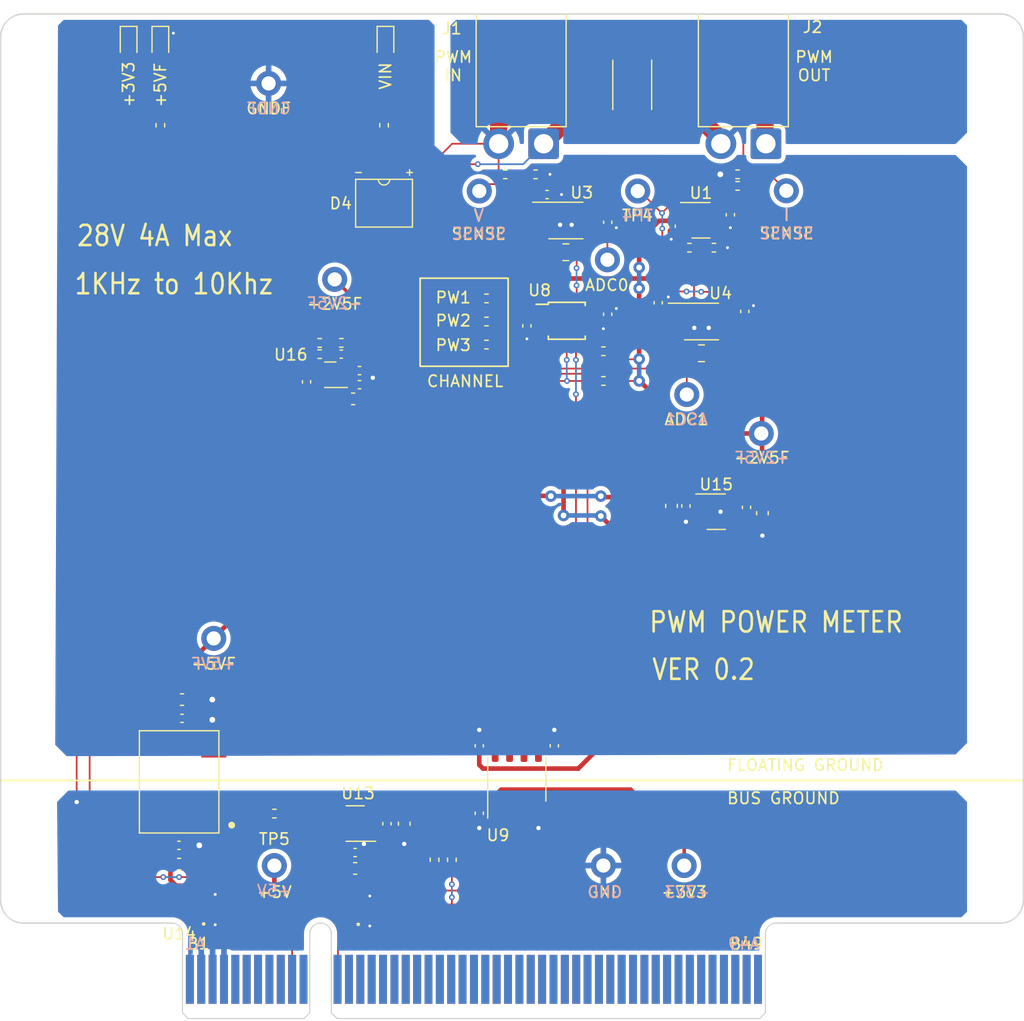
<source format=kicad_pcb>
(kicad_pcb (version 20221018) (generator pcbnew)
  (layers (0 "F.Cu" signal) (31 "B.Cu" signal) (34 "B.Paste" user) (35 "F.Paste" user) (36 "B.SilkS" user "B.Silkscreen") (37 "F.SilkS" user "F.Silkscreen") (38 "B.Mask" user) (39 "F.Mask" user) (44 "Edge.Cuts" user))
  (net 0 "")
  (net 1 "GND")
  (net 2 "+5V")
  (net 3 "+3V3")
  (net 4 "GNDF")
  (net 5 "+5VF")
  (net 6 "+2V5F")
  (net 7 "-2V5F")
  (net 8 "Net-(D1-A)")
  (net 9 "Net-(U16-CPOUT)")
  (net 10 "Net-(D3-A)")
  (net 12 "/PB7")
  (net 13 "/PB8")
  (net 17 "Net-(U16-C-)")
  (net 20 "Net-(U8-ADDR)")
  (net 22 "Net-(U16-C+)")
  (net 26 "Net-(U1--)")
  (net 27 "Net-(U1-+)")
  (net 30 "Net-(D4-+)")
  (net 32 "Net-(D4--)")
  (net 110 "/VIN1")
  (net 111 "/VIN2")
  (net 112 "Net-(D5-A)")
  (net 113 "/V_SENSE")
  (net 114 "Net-(U4-IN1)")
  (net 115 "/I_SENSE")
  (net 116 "Net-(R26-Pad2)")
  (net 117 "Net-(U8-SCL)")
  (net 118 "Net-(U8-SDA)")
  (net 121 "unconnected-(U11-D2-Pad2)")
  (net 122 "unconnected-(U11-D3-Pad4)")
  (net 123 "Net-(U16-VFB)")
  (net 124 "unconnected-(U12-D3-Pad4)")
  (net 125 "unconnected-(U12-D4-Pad5)")
  (net 127 "/ADC0")
  (net 128 "/ADC1")
  (footprint "Resistor_SMD:R_0402_1005Metric" (layer "F.Cu") (at 24.892 -56.1086)
    (fp_text reference "R22" hide)
    (fp_text value "1K8")
  )
  (footprint "Capacitor_SMD:C_0402_1005Metric" (layer "F.Cu") (at -12.459 -15.24 180)
    (fp_text reference "C20" hide)
    (fp_text value "100n")
  )
  (footprint "Resistor_SMD:R_0402_1005Metric" (layer "F.Cu") (at -0.0762 -58.4708)
    (fp_text reference "R27" hide)
    (fp_text value "200K")
  )
  (footprint "Resistor_SMD:R_0402_1005Metric" (layer "F.Cu") (at 5.588 -78.613 90)
    (fp_text reference "R12" hide)
    (fp_text value "10K")
  )
  (footprint "common:Test_Pad" (layer "F.Cu") (at 32.004 -13.462)
    (fp_text reference "TP12" hide)
    (fp_text value "TestPoint")
  )
  (footprint "Package_TO_SOT_SMD:SOT-23-5" (layer "F.Cu") (at 34.8234 -44.6024)
    (fp_text reference "U15")
    (fp_text value "TPS7A2025PDBVR")
  )
  (footprint "Capacitor_SMD:C_0402_1005Metric" (layer "F.Cu") (at 25.273 -61.976 -90)
    (fp_text reference "C13" hide)
    (fp_text value "100n")
  )
  (footprint "Resistor_SMD:R_0402_1005Metric" (layer "F.Cu") (at 36.701 -74.295 180)
    (fp_text reference "R1" hide)
    (fp_text value "0R")
  )
  (footprint "Capacitor_SMD:C_0402_1005Metric" (layer "F.Cu") (at 32.1564 -45.1104 90)
    (fp_text reference "C28" hide)
    (fp_text value "100n")
  )
  (footprint "Capacitor_SMD:C_0402_1005Metric" (layer "F.Cu") (at 19.939 -72.517)
    (fp_text reference "C7" hide)
    (fp_text value "100n")
  )
  (footprint "common:Test_Pad" (layer "F.Cu") (at 38.7858 -51.4858)
    (fp_text reference "TP14" hide)
    (fp_text value "TestPoint")
  )
  (footprint "Capacitor_SMD:C_0603_1608Metric" (layer "F.Cu") (at 30.8864 -45.1104 90)
    (fp_text reference "C29" hide)
    (fp_text value "10u")
  )
  (footprint "common:B0505MT-1WR4" (layer "F.Cu") (at -12.444 -20.828 90)
    (fp_text reference "U14")
    (fp_text value "B0505MT-1WR4")
  )
  (footprint "common:Test_Pad" (layer "F.Cu") (at 40.9956 -72.8472)
    (fp_text reference "TP3" hide)
    (fp_text value "TestPoint")
  )
  (footprint "common:Test_Pad" (layer "F.Cu") (at 25.2476 -66.7766)
    (fp_text reference "TP6" hide)
    (fp_text value "TestPoint")
  )
  (footprint "Package_TO_SOT_SMD:TSOT-23-6" (layer "F.Cu") (at 33.4815 -70.2505)
    (fp_text reference "U1")
    (fp_text value "OPA863SIDBVR")
  )
  (footprint "Capacitor_SMD:C_0402_1005Metric" (layer "F.Cu") (at 3.429 -55.7784 180)
    (fp_text reference "C34" hide)
    (fp_text value "100n")
  )
  (footprint "LED_SMD:LED_0603_1608Metric" (layer "F.Cu") (at -14.097 -85.8265 -90)
    (fp_text reference "D1" hide)
    (fp_text value "GRN")
  )
  (footprint "Capacitor_SMD:C_0402_1005Metric" (layer "F.Cu") (at 18.161 -60.96 90)
    (fp_text reference "C37" hide)
    (fp_text value "100n")
  )
  (footprint "Capacitor_SMD:C_0402_1005Metric" (layer "F.Cu") (at 37.4904 -44.9834 90)
    (fp_text reference "C27" hide)
    (fp_text value "100n")
  )
  (footprint "Package_SON:WSON-8-1EP_2x2mm_P0.5mm_EP0.9x1.6mm" (layer "F.Cu") (at 0.8608 -56.6554 180)
    (fp_text reference "U16")
    (fp_text value "LM27761")
  )
  (footprint "Capacitor_SMD:C_0402_1005Metric" (layer "F.Cu") (at 36.068 -70.7305 -90)
    (fp_text reference "C1" hide)
    (fp_text value "100n")
  )
  (footprint "Capacitor_SMD:C_0603_1608Metric" (layer "F.Cu") (at 2.8702 -54.5338 180)
    (fp_text reference "C33" hide)
    (fp_text value "10u")
  )
  (footprint "Capacitor_SMD:C_0402_1005Metric" (layer "F.Cu") (at 37.338 -62.23 90)
    (fp_text reference "C4" hide)
    (fp_text value "100n")
  )
  (footprint "Capacitor_SMD:C_0603_1608Metric" (layer "F.Cu") (at 3.048 -13.208 180)
    (fp_text reference "C25" hide)
    (fp_text value "10u")
  )
  (footprint "Capacitor_SMD:C_0402_1005Metric" (layer "F.Cu") (at 29.718 -62.992 90)
    (fp_text reference "C8" hide)
    (fp_text value "100n")
  )
  (footprint "Package_SO:MSOP-8_3x3mm_P0.65mm" (layer "F.Cu") (at 33.528 -61.341)
    (fp_text reference "U4")
    (fp_text value "LTC1968")
  )
  (footprint "Capacitor_SMD:C_0805_2012Metric" (layer "F.Cu") (at 33.528 -58.547)
    (fp_text reference "C6" hide)
    (fp_text value "2u2")
  )
  (footprint "common:PCIE_98_CARD" (layer "F.Cu") (at 0 0)
    (fp_text reference "J3" hide)
    (fp_text value "pcie_98")
    (fp_line (start -28.15 -10.4) (end -28.15 -86.4) (stroke (width 0.12)) (layer "Edge.Cuts"))
    (fp_line (start -26.15 -88.4) (end 59.85 -88.4) (stroke (width 0.12)) (layer "Edge.Cuts"))
    (fp_line (start -13.1 -8.4) (end -26.15 -8.4) (stroke (width 0.12)) (layer "Edge.Cuts"))
    (fp_line (start -12.15 -7.45) (end -12.15 -0.5) (stroke (width 0.1)) (layer "Edge.Cuts"))
    (fp_line (start -12.15 -0.5) (end -11.65 0) (stroke (width 0.1)) (layer "Edge.Cuts"))
    (fp_line (start -11.65 0) (end -1.45 0) (stroke (width 0.1)) (layer "Edge.Cuts"))
    (fp_line (start -0.95 -7.45) (end -0.95 -0.5) (stroke (width 0.1)) (layer "Edge.Cuts"))
    (fp_line (start -0.95 -0.5) (end -1.45 0) (stroke (width 0.1)) (layer "Edge.Cuts"))
    (fp_line (start 0.95 -7.45) (end 0.95 -0.5) (stroke (width 0.1)) (layer "Edge.Cuts"))
    (fp_line (start 0.95 -0.5) (end 1.45 0) (stroke (width 0.1)) (layer "Edge.Cuts"))
    (fp_line (start 1.45 0) (end 38.65 0) (stroke (width 0.1)) (layer "Edge.Cuts"))
    (fp_line (start 39.15 -7.45) (end 39.15 -0.5) (stroke (width 0.1)) (layer "Edge.Cuts"))
    (fp_line (start 39.15 -0.5) (end 38.65 0) (stroke (width 0.1)) (layer "Edge.Cuts"))
    (fp_line (start 59.85 -8.4) (end 40.1 -8.4) (stroke (width 0.12)) (layer "Edge.Cuts"))
    (fp_line (start 61.85 -86.4) (end 61.85 -10.4) (stroke (width 0.12)) (layer "Edge.Cuts"))
    (fp_arc (start -28.15 -86.4) (mid -27.564214 -87.814214) (end -26.15 -88.4) (stroke (width 0.12)) (layer "Edge.Cuts"))
    (fp_arc (start -26.15 -8.4) (mid -27.564214 -8.985786) (end -28.15 -10.4) (stroke (width 0.12)) (layer "Edge.Cuts"))
    (fp_arc (start -13.1 -8.4) (mid -12.428248 -8.121752) (end -12.15 -7.45) (stroke (width 0.1)) (layer "Edge.Cuts"))
    (fp_arc (start -0.95 -7.45) (mid 0 -8.4) (end 0.95 -7.45) (stroke (width 0.1)) (layer "Edge.Cuts"))
    (fp_arc (start 39.15 -7.45) (mid 39.428248 -8.121752) (end 40.1 -8.4) (stroke (width 0.1)) (layer "Edge.Cuts"))
    (fp_arc (start 59.85 -88.4) (mid 61.264214 -87.814214) (end 61.85 -86.4) (stroke (width 0.12)) (layer "Edge.Cuts"))
    (fp_arc (start 61.85 -10.4) (mid 61.264214 -8.985786) (end 59.85 -8.4) (stroke (width 0.12)) (layer "Edge.Cuts"))
  )
  (footprint "common:Test_Pad" (layer "F.Cu") (at 24.892 -13.462)
    (fp_text reference "TP13" hide)
    (fp_text value "TestPoint")
  )
  (footprint "Resistor_SMD:R_0402_1005Metric" (layer "F.Cu") (at 1.8288 -59.4614 180)
    (fp_text reference "R26" hide)
    (fp_text value "200K")
  )
  (footprint "Capacitor_SMD:C_0603_1608Metric" (layer "F.Cu") (at -12.192 -28.067 180)
    (fp_text reference "C16" hide)
    (fp_text value "10u")
  )
  (footprint "LED_SMD:LED_0603_1608Metric" (layer "F.Cu") (at 5.715 -85.8265 -90)
    (fp_text reference "D5" hide)
    (fp_text value "RED")
  )
  (footprint "Resistor_SMD:R_0402_1005Metric" (layer "F.Cu") (at 34.6225 -67.8375 180)
    (fp_text reference "R10" hide)
    (fp_text value "1K")
  )
  (footprint "Resistor_SMD:R_0402_1005Metric" (layer "F.Cu") (at -14.097 -78.613 90)
    (fp_text reference "R5" hide)
    (fp_text value "5K1")
  )
  (footprint "Capacitor_SMD:C_0402_1005Metric" (layer "F.Cu") (at 20.574 -24.003 90)
    (fp_text reference "C35" hide)
    (fp_text value "100n")
  )
  (footprint "Capacitor_SMD:C_0402_1005Metric" (layer "F.Cu") (at 1.8262 -58.4708)
    (fp_text reference "C31" hide)
    (fp_text value "1u")
  )
  (footprint "Resistor_SMD:R_2512_6332Metric" (layer "F.Cu") (at 27.432 -82.169 90)
    (fp_text reference "R2" hide)
    (fp_text value "0R025")
  )
  (footprint "Capacitor_SMD:C_0603_1608Metric" (layer "F.Cu") (at 38.8874 -44.4754 90)
    (fp_text reference "C26" hide)
    (fp_text value "10u")
  )
  (footprint "Capacitor_SMD:C_0402_1005Metric" (layer "F.Cu") (at 13.97 -24.003 90)
    (fp_text reference "C18" hide)
    (fp_text value "100n")
  )
  (footprint "Package_SO:TSSOP-10_3x3mm_P0.5mm" (layer "F.Cu") (at 21.6705 -61.4045)
    (fp_text reference "U8")
    (fp_text value "ADS1115IDGS")
  )
  (footprint "Package_SO:MSOP-8_3x3mm_P0.65mm" (layer "F.Cu") (at 21.59 -70.231)
    (fp_text reference "U3")
    (fp_text value "LTC1968")
  )
  (footprint "common:Diode_Bridge_MBS10" (layer "F.Cu") (at 5.588 -71.755)
    (fp_text reference "D4")
    (fp_text value "MBS10S")
  )
  (footprint "Resistor_SMD:R_0402_1005Metric" (layer "F.Cu") (at -4.064 -18.034 180)
    (fp_text reference "R25" hide)
    (fp_text value "3K3")
  )
  (footprint "Capacitor_SMD:C_0402_1005Metric" (layer "F.Cu") (at -1.2322 -56.0324 -90)
    (fp_text reference "C32" hide)
    (fp_text value "1u")
  )
  (footprint "Resistor_SMD:R_0402_1005Metric" (layer "F.Cu") (at 16.256 -74.295 180)
    (fp_text reference "R3" hide)
    (fp_text value "100k")
  )
  (footprint "Resistor_SMD:R_0402_1005Metric" (layer "F.Cu") (at 36.703 -73.279 180)
    (fp_text reference "R6" hide)
    (fp_text value "10K")
  )
  (footprint "Capacitor_SMD:C_0402_1005Metric" (layer "F.Cu") (at 25.273 -70.076 -90)
    (fp_text reference "C3" hide)
    (fp_text value "100n")
  )
  (footprint "Resistor_SMD:R_0402_1005Metric" (layer "F.Cu") (at 32.4635 -67.8375)
    (fp_text reference "R9" hide)
    (fp_text value "10K")
  )
  (footprint "LED_SMD:LED_0603_1608Metric" (layer "F.Cu") (at -16.891 -85.8265 -90)
    (fp_text reference "D3" hide)
    (fp_text value "GRN")
  )
  (footprint "common:Diodes_UDFN-10_1.0x2.5mm_P0.5mm" (layer "F.Cu") (at 4.334 -9.508 90)
    (fp_text reference "U11" hide)
    (fp_text value "ESD5344D-TP")
  )
  (footprint "common:Test_Pad" (layer "F.Cu") (at 27.9146 -72.8218)
    (fp_text reference "TP4" hide)
    (fp_text value "TestPoint")
  )
  (footprint "common:Test_Pad" (layer "F.Cu") (at 1.2446 -65.0494)
    (fp_text reference "TP8" hide)
    (fp_text value "TestPoint")
  )
  (footprint "Capacitor_SMD:C_0402_1005Metric" (layer "F.Cu") (at 3.048 -14.605 180)
    (fp_text reference "C24" hide)
    (fp_text value "100n")
  )
  (footprint "common:Test_Pad" (layer "F.Cu") (at 13.97 -72.8218)
    (fp_text reference "TP2" hide)
    (fp_text value "TestPoint")
  )
  (footprint "Resistor_SMD:R_0402_1005Metric" (layer "F.Cu") (at 24.892 -58.7248)
    (fp_text reference "R21" hide)
    (fp_text value "1K8")
  )
  (footprint "Resistor_SMD:R_0402_1005Metric" (layer "F.Cu") (at 14.605 -61.341)
    (fp_text reference "R20" hide)
    (fp_text value "0R")
  )
  (footprint "Capacitor_SMD:C_0402_1005Metric" (layer "F.Cu") (at 13.97 -18.062 90)
    (fp_text reference "C19" hide)
    (fp_text value "100n")
  )
  (footprint "Resistor_SMD:R_0402_1005Metric" (layer "F.Cu") (at 11.557 -13.972 90)
    (fp_text reference "R24" hide)
    (fp_text value "1K8")
  )
  (footprint "Capacitor_SMD:C_0603_1608Metric" (layer "F.Cu") (at -12.446 -13.589 180)
    (fp_text reference "C22" hide)
    (fp_text value "10u")
  )
  (footprint "common:Test_Pad" (layer "F.Cu") (at -4.572 -82.296)
    (fp_text reference "TP1" hide)
    (fp_text value "TestPoint")
  )
  (footprint "heater:SOT-23-3" (layer "F.Cu") (at 3.048 -17.158 180)
    (fp_text reference "U13")
    (fp_text value "XC6206P332MR")
  )
  (footprint "Capacitor_SMD:C_0402_1005Metric" (layer "F.Cu") (at 5.842 -17.145 90)
    (fp_text reference "C23" hide)
    (fp_text value "100n")
  )
  (footprint "Resistor_SMD:R_0402_1005Metric" (layer "F.Cu") (at -0.0762 -59.4614 180)
    (fp_text reference "R28" hide)
    (fp_text value "10K")
  )
  (footprint "Resistor_SMD:R_0402_1005Metric" (layer "F.Cu") (at 10.033 -13.972 90)
    (fp_text reference "R23" hide)
    (fp_text value "1K8")
  )
  (footprint "common:Diodes_UDFN-10_1.0x2.5mm_P0.5mm" (layer "F.Cu") (at -9.271 -9.542 90)
    (fp_text reference "U12" hide)
    (fp_text value "ESD5344D-TP")
  )
  (footprint "heater:JST_VH_2_CHINESE" (layer "F.Cu") (at 17.653 -76.987 180)
    (fp_text reference "J1")
    (fp_text value "Conn_01x02_Pin")
  )
  (footprint "Capacitor_SMD:C_0603_1608Metric" (layer "F.Cu") (at 7.366 -17.145 90)
    (fp_text reference "C21" hide)
    (fp_text value "10u")
  )
  (footprint "Resistor_SMD:R_0402_1005Metric" (layer "F.Cu") (at 14.605 -63.373)
    (fp_text reference "R19" hide)
    (fp_text value "0R")
  )
  (footprint "Capacitor_SMD:C_0402_1005Metric" (layer "F.Cu") (at 3.429 -57.023)
    (fp_text reference "C30" hide)
    (fp_text value "4u7")
  )
  (footprint "Capacitor_SMD:C_0402_1005Metric" (layer "F.Cu") (at 30.861 -69.723 -90)
    (fp_text reference "C9" hide)
    (fp_text value "100n")
  )
  (footprint "common:Test_Pad" (layer "F.Cu") (at -9.398 -33.4518)
    (fp_text reference "TP11" hide)
    (fp_text value "TestPoint")
  )
  (footprint "Resistor_SMD:R_0402_1005Metric" (layer "F.Cu") (at 14.605 -59.309)
    (fp_text reference "R18" hide)
    (fp_text value "0R")
  )
  (footprint "common:Test_Pad" (layer "F.Cu") (at 32.2326 -54.9148)
    (fp_text reference "TP7" hide)
    (fp_text value "TestPoint")
  )
  (footprint "common:Test_Pad" (layer "F.Cu") (at -4.064 -13.462)
    (fp_text reference "TP5")
    (fp_text value "TestPoint")
  )
  (footprint "heater:JST_VH_2_CHINESE" (layer "F.Cu") (at 37.211 -76.987 180)
    (fp_text reference "J2")
    (fp_text value "Conn_01x02_Pin")
  )
  (footprint "Capacitor_SMD:C_0402_1005Metric" (layer "F.Cu") (at -12.192 -26.416 180)
    (fp_text reference "C17" hide)
    (fp_text value "100n")
  )
  (footprint "Capacitor_SMD:C_0805_2012Metric" (layer "F.Cu") (at 21.59 -67.437)
    (fp_text reference "C5" hide)
    (fp_text value "2u2")
  )
  (footprint "Package_SO:SOIC-8_3.9x4.9mm_P1.27mm" (layer "F.Cu") (at 17.272 -21.082 90)
    (fp_text reference "U9")
    (fp_text value "ISO1541")
  )
  (footprint "Resistor_SMD:R_0402_1005Metric" (layer "F.Cu") (at 18.923 -74.295)
    (fp_text reference "R4" hide)
    (fp_text value "3K3")
  )
  (gr_line (start -28.067 -20.955) (end 61.85 -20.955) (stroke (width 0.15)) (layer "F.SilkS"))
  (gr_rect (start 8.763 -65.151) (end 16.51 -57.404) (stroke (width 0.15)) (fill none) (layer "F.SilkS"))
  (gr_text "GNDF" (at -4.572 -79.502) (layer "B.SilkS") (effects (font (size 1 1)) (justify bottom mirror)))
  (gr_text "GND" (at 25.019 -10.541) (layer "B.SilkS") (effects (font (size 1 1)) (justify bottom mirror)))
  (gr_text "V\nSENSE" (at 13.9446 -68.5038) (layer "B.SilkS") (effects (font (size 1 1)) (justify bottom mirror)))
  (gr_text "+5VF" (at -9.4234 -30.6324) (layer "B.SilkS") (effects (font (size 1 1)) (justify bottom mirror)))
  (gr_text "-2V5F" (at 1.2446 -62.357) (layer "B.SilkS") (effects (font (size 1 1)) (justify bottom mirror)))
  (gr_text "TP4" (at 27.8892 -70.0786) (layer "B.SilkS") (effects (font (size 1 1)) (justify bottom mirror)))
  (gr_text "+5V" (at -4.064 -10.668) (layer "B.SilkS") (effects (font (size 1 1)) (justify bottom mirror)))
  (gr_text "ASC1" (at 32.2072 -52.1462) (layer "B.SilkS") (effects (font (size 1 1)) (justify bottom mirror)))
  (gr_text "+2V5F" (at 38.862 -48.768) (layer "B.SilkS") (effects (font (size 1 1)) (justify bottom mirror)))
  (gr_text "I\nSENSE" (at 40.9956 -68.5292) (layer "B.SilkS") (effects (font (size 1 1)) (justify bottom mirror)))
  (gr_text "+3V3" (at 32.258 -10.541) (layer "B.SilkS") (effects (font (size 1 1)) (justify bottom mirror)))
  (gr_text "+5VF" (at -9.398 -30.6324) (layer "F.SilkS") (effects (font (size 1 1)) (justify bottom)))
  (gr_text "GND" (at 25.019 -10.541) (layer "F.SilkS") (effects (font (size 1 1)) (justify bottom)))
  (gr_text "PW1" (at 10.033 -62.865) (layer "F.SilkS") (effects (font (size 1 1)) (justify left bottom)))
  (gr_text "PWM\nOUT" (at 43.434 -82.423) (layer "F.SilkS") (effects (font (size 1 1)) (justify bottom)))
  (gr_text "+3V3" (at -16.891 -80.1115 90) (layer "F.SilkS") (effects (font (size 1 1)) (justify left)))
  (gr_text "+3V3" (at 32.004 -10.541) (layer "F.SilkS") (effects (font (size 1 1)) (justify bottom)))
  (gr_text "VER 0.2" (at 29.0576 -29.6672) (layer "F.SilkS") (effects (font (size 1.778 1.524) (thickness 0.2286)) (justify left bottom)))
  (gr_text "ADC1" (at 32.1818 -52.1462) (layer "F.SilkS") (effects (font (size 1 1)) (justify bottom)))
  (gr_text "-2V5F" (at 1.2446 -62.3062) (layer "F.SilkS") (effects (font (size 1 1)) (justify bottom)))
  (gr_text "PWM POWER METER" (at 28.8036 -33.8328) (layer "F.SilkS") (effects (font (size 1.778 1.524) (thickness 0.2286)) (justify left bottom)))
  (gr_text "VIN" (at 5.715 -81.661 90) (layer "F.SilkS") (effects (font (size 1 1)) (justify left)))
  (gr_text "28V 4A Max" (at -21.5646 -67.8434) (layer "F.SilkS") (effects (font (size 1.778 1.524) (thickness 0.2286)) (justify left bottom)))
  (gr_text "PWM\nIN" (at 11.684 -82.423) (layer "F.SilkS") (effects (font (size 1 1)) (justify bottom)))
  (gr_text "+5VF" (at -14.097 -80.1115 90) (layer "F.SilkS") (effects (font (size 1 1)) (justify left)))
  (gr_text "PW2" (at 10.033 -60.833) (layer "F.SilkS") (effects (font (size 1 1)) (justify left bottom)))
  (gr_text "FLOATING GROUND" (at 35.687 -21.717) (layer "F.SilkS") (effects (font (size 1 1)) (justify left bottom)))
  (gr_text "BUS GROUND" (at 35.687 -18.796) (layer "F.SilkS") (effects (font (size 1 1)) (justify left bottom)))
  (gr_text "+2V5F" (at 38.8366 -48.768) (layer "F.SilkS") (effects (font (size 1 1)) (justify bottom)))
  (gr_text "ADC0" (at 25.1968 -63.9572) (layer "F.SilkS") (effects (font (size 1 1)) (justify bottom)))
  (gr_text "TP4" (at 27.8892 -70.0786) (layer "F.SilkS") (effects (font (size 1 1)) (justify bottom)))
  (gr_text "CHANNEL" (at 9.271 -55.499) (layer "F.SilkS") (effects (font (size 1 1)) (justify left bottom)))
  (gr_text "PW3" (at 10.033 -58.674) (layer "F.SilkS") (effects (font (size 1 1)) (justify left bottom)))
  (gr_text "GNDF" (at -4.572 -79.502) (layer "F.SilkS") (effects (font (size 1 1)) (justify bottom)))
  (gr_text "V\nSENSE" (at 13.9192 -68.453) (layer "F.SilkS") (effects (font (size 1 1)) (justify bottom)))
  (gr_text "+5V" (at -4.064 -10.541) (layer "F.SilkS") (effects (font (size 1 1)) (justify bottom)))
  (gr_text "1KHz to 10Khz" (at -21.7678 -63.6016) (layer "F.SilkS") (effects (font (size 1.778 1.524) (thickness 0.2286)) (justify left bottom)))
  (gr_text "I\nSENSE" (at 41.021 -68.5038) (layer "F.SilkS") (effects (font (size 1 1)) (justify bottom)))
  (segment (start 4.334 -9.508) (end 4.334 -8.144) (width 0.1524) (layer "F.Cu") (net 1))
  (segment (start -9.271 -9.542) (end -9.271 -8.382) (width 0.1524) (layer "F.Cu") (net 1))
  (segment (start 5.385 -16.208) (end 5.842 -16.665) (width 0.4064) (layer "F.Cu") (net 1))
  (segment (start -9.271 -9.542) (end -9.271 -10.795) (width 0.1524) (layer "F.Cu") (net 1))
  (segment (start -11.684 -13.602) (end -11.684 -15.24) (width 0.4064) (layer "F.Cu") (net 1))
  (segment (start -9.271 -8.382) (end -9.144 -8.255) (width 0.1524) (layer "F.Cu") (net 1))
  (segment (start 4.334 -9.508) (end 4.334 -10.779) (width 0.1524) (layer "F.Cu") (net 1))
  (segment (start 3.823 -13.208) (end 3.823 -16.129) (width 0.4064) (layer "F.Cu") (net 1))
  (segment (start -21.463 -82.042) (end -21.463 -19.05) (width 0.1524) (layer "F.Cu") (net 1))
  (segment (start -11.684 -15.24) (end -10.668 -15.24) (width 0.4064) (layer "F.Cu") (net 1))
  (segment (start -11.951 -15.212) (end -11.979 -15.24) (width 0.4064) (layer "F.Cu") (net 1))
  (segment (start -9.271 -10.795) (end -9.144 -10.922) (width 0.1524) (layer "F.Cu") (net 1))
  (segment (start 6.137 -16.37) (end 5.842 -16.665) (width 0.4064) (layer "F.Cu") (net 1))
  (segment (start 7.366 -16.37) (end 6.137 -16.37) (width 0.4064) (layer "F.Cu") (net 1))
  (segment (start 19.177 -18.607) (end 19.177 -16.764) (width 0.3048) (layer "F.Cu") (net 1))
  (segment (start 7.366 -16.37) (end 7.366 -15.367) (width 0.3048) (layer "F.Cu") (net 1))
  (segment (start -16.891 -86.614) (end -21.463 -82.042) (width 0.1524) (layer "F.Cu") (net 1))
  (segment (start 13.97 -17.582) (end 13.97 -16.792) (width 0.3048) (layer "F.Cu") (net 1))
  (segment (start -9.394 -17.018) (end -9.394 -16.514) (width 0.4064) (layer "F.Cu") (net 1))
  (segment (start -11.979 -15.24) (end -11.684 -15.24) (width 0.4064) (layer "F.Cu") (net 1))
  (segment (start -9.394 -16.514) (end -10.668 -15.24) (width 0.4064) (layer "F.Cu") (net 1))
  (segment (start -9.394 -18.288) (end -9.394 -17.018) (width 0.4064) (layer "F.Cu") (net 1))
  (segment (start -11.671 -13.589) (end -11.684 -13.602) (width 0.4064) (layer "F.Cu") (net 1))
  (segment (start 4.1855 -16.208) (end 5.385 -16.208) (width 0.4064) (layer "F.Cu") (net 1))
  (via (at 4.334 -10.779) (size 0.508) (drill 0.254) (layers "F.Cu" "B.Cu") (net 1))
  (via (at -9.271 -10.922) (size 0.508) (drill 0.254) (layers "F.Cu" "B.Cu") (net 1))
  (via (at 3.81 -15.367) (size 0.762) (drill 0.381) (layers "F.Cu" "B.Cu") (net 1))
  (via (at -10.668 -15.24) (size 1.016) (drill 0.508) (layers "F.Cu" "B.Cu") (net 1))
  (via (at -9.271 -8.255) (size 0.508) (drill 0.254) (layers "F.Cu" "B.Cu") (net 1))
  (via (at -21.463 -19.05) (size 0.762) (drill 0.381) (layers "F.Cu" "B.Cu") (net 1))
  (via (at 13.97 -16.764) (size 0.762) (drill 0.381) (layers "F.Cu" "B.Cu") (net 1))
  (via (at 4.334 -8.144) (size 0.508) (drill 0.254) (layers "F.Cu" "B.Cu") (net 1))
  (via (at 7.366 -15.367) (size 0.762) (drill 0.381) (layers "F.Cu" "B.Cu") (net 1))
  (via (at 19.177 -16.764) (size 0.762) (drill 0.381) (layers "F.Cu" "B.Cu") (net 1))
  (segment (start -8.5 -3.45) (end -8.5 -7.5) (width 0.2794) (layer "B.Cu") (net 1))
  (segment (start -10.5 -3.45) (end -10.5 -7.5) (width 0.2794) (layer "B.Cu") (net 1))
  (segment (start -11.5 -3.45) (end -11.5 -7.5) (width 0.2794) (layer "B.Cu") (net 1))
  (segment (start -9.5 -3.45) (end -9.5 -7.5) (width 0.2794) (layer "B.Cu") (net 1))
  (segment (start -14.224 -17.018) (end -15.494 -17.018) (width 0.4064) (layer "F.Cu") (net 2))
  (segment (start 2.273 -13.208) (end 2.273 -15.761) (width 0.4064) (layer "F.Cu") (net 2))
  (segment (start -10.033 -11.684) (end -4.064 -11.684) (width 0.4064) (layer "F.Cu") (net 2))
  (segment (start -4.064 -11.684) (end 0.749 -11.684) (width 0.4064) (layer "F.Cu") (net 2))
  (segment (start -10.033 -7.493) (end -10.033 -11.684) (width 0.4064) (layer "F.Cu") (net 2))
  (segment (start -9.271 -7.366) (end -10.922 -7.366) (width 0.2794) (layer "F.Cu") (net 2))
  (segment (start -4.064 -13.462) (end -4.064 -11.684) (width 0.4064) (layer "F.Cu") (net 2))
  (segment (start -13.208 -12.192) (end -13.208 -16.002) (width 0.4064) (layer "F.Cu") (net 2))
  (segment (start -9.008 -7.366) (end -8.5 -6.858) (width 0.2794) (layer "F.Cu") (net 2))
  (segment (start 2.273 -15.761) (end 1.905 -16.129) (width 0.4064) (layer "F.Cu") (net 2))
  (segment (start -9.6012 -7.366) (end -9.008 -7.366) (width 0.2794) (layer "F.Cu") (net 2))
  (segment (start -9.5 -3.45) (end -9.5 -7.2648) (width 0.2794) (layer "F.Cu") (net 2))
  (segment (start -10.5 -7.366) (end -10.5 -3.45) (width 0.2794) (layer "F.Cu") (net 2))
  (segment (start 1.905 -16.129) (end 1.905 -17.1525) (width 0.4064) (layer "F.Cu") (net 2))
  (segment (start -11.5 -6.788) (end -11.5 -3.45) (width 0.2794) (layer "F.Cu") (net 2))
  (segment (start -9.5 -7.2648) (end -9.6012 -7.366) (width 0.2794) (layer "F.Cu") (net 2))
  (segment (start 0.749 -11.684) (end 2.273 -13.208) (width 0.4064) (layer "F.Cu") (net 2))
  (segment (start -15.494 -18.288) (end -15.494 -17.018) (width 0.4064) (layer "F.Cu") (net 2))
  (segment (start -10.033 -11.684) (end -12.7 -11.684) (width 0.4064) (layer "F.Cu") (net 2))
  (segment (start -13.208 -16.002) (end -14.224 -17.018) (width 0.4064) (layer "F.Cu") (net 2))
  (segment (start 1.905 -17.1525) (end 1.9105 -17.158) (width 0.4064) (layer "F.Cu") (net 2))
  (segment (start -10.922 -7.366) (end -11.5 -6.788) (width 0.2794) (layer "F.Cu") (net 2))
  (segment (start -8.5 -6.858) (end -8.5 -3.45) (width 0.2794) (layer "F.Cu") (net 2))
  (segment (start -12.7 -11.684) (end -13.208 -12.192) (width 0.4064) (layer "F.Cu") (net 2))
  (segment (start 32.004 -15.494) (end 32.004 -13.589) (width 0.3048) (layer "F.Cu") (net 3))
  (segment (start 15.367 -18.607) (end 15.367 -19.685) (width 0.3048) (layer "F.Cu") (net 3))
  (segment (start 6.137 -17.92) (end 5.842 -17.625) (width 0.4064) (layer "F.Cu") (net 3))
  (segment (start 11.557 -14.482) (end 11.557 -18.542) (width 0.1524) (layer "F.Cu") (net 3))
  (segment (start -3.48 -18.108) (end -3.554 -18.034) (width 0.1524) (layer "F.Cu") (net 3))
  (segment (start 27.305 -20.193) (end 32.004 -15.494) (width 0.3048) (layer "F.Cu") (net 3))
  (segment (start 15.875 -20.193) (end 27.305 -20.193) (width 0.3048) (layer "F.Cu") (net 3))
  (segment (start 10.033 -14.482) (end 10.033 -18.542) (width 0.1524) (layer "F.Cu") (net 3))
  (segment (start 15.367 -19.685) (end 15.875 -20.193) (width 0.3048) (layer "F.Cu") (net 3))
  (segment (start 15.367 -18.542) (end 14.035 -18.542) (width 0.4064) (layer "F.Cu") (net 3))
  (segment (start 13.97 -18.542) (end 8.014 -18.542) (width 0.4064) (layer "F.Cu") (net 3))
  (segment (start 5.359 -18.108) (end 5.842 -17.625) (width 0.4064) (layer "F.Cu") (net 3))
  (segment (start 8.014 -18.542) (end 7.379 -17.907) (width 0.4064) (layer "F.Cu") (net 3))
  (segment (start 4.1855 -18.108) (end 5.359 -18.108) (width 0.4064) (layer "F.Cu") (net 3))
  (segment (start 7.366 -17.92) (end 6.137 -17.92) (width 0.4064) (layer "F.Cu") (net 3))
  (segment (start 4.1855 -18.108) (end -3.48 -18.108) (width 0.1524) (layer "F.Cu") (net 3))
  (segment (start 32.0164 -44.3354) (end 30.8864 -44.3354) (width 0.3048) (layer "F.Cu") (net 4))
  (segment (start 1.8108 -56.4054) (end 1.1108 -56.4054) (width 0.1524) (layer "F.Cu") (net 4))
  (segment (start 35.1325 -67.8375) (end 35.8945 -67.8375) (width 0.1524) (layer "F.Cu") (net 4))
  (segment (start -11.557 -27.899) (end -11.557 -26.543) (width 0.4064) (layer "F.Cu") (net 4))
  (segment (start 36.195 -74.295) (end 35.181 -74.295) (width 0.3048) (layer "F.Cu") (net 4))
  (segment (start 32.1564 -44.6304) (end 32.1564 -43.7134) (width 0.3048) (layer "F.Cu") (net 4))
  (segment (start 32.1844 -44.6024) (end 32.1564 -44.6304) (width 0.3048) (layer "F.Cu") (net 4))
  (segment (start -11.417 -28.067) (end -9.525 -28.067) (width 0.4064) (layer "F.Cu") (net 4))
  (segment (start 30.861 -69.243) (end 30.861 -68.58) (width 0.3048) (layer "F.Cu") (net 4))
  (segment (start 24.8106 -69.906) (end 25.1206 -69.596) (width 0.3048) (layer "F.Cu") (net 4))
  (segment (start 18.161 -60.48) (end 18.161 -59.817) (width 0.3048) (layer "F.Cu") (net 4))
  (segment (start 38.8874 -43.7134) (end 38.8874 -43.7004) (width 0.3048) (layer "F.Cu") (net 4))
  (segment (start 0.5969 -58.674) (end 1.4859 -58.674) (width 0.2286) (layer "F.Cu") (net 4))
  (segment (start 36.068 -70.231) (end 36.068 -69.469) (width 0.3048) (layer "F.Cu") (net 4))
  (segment (start 0.4338 -58.4708) (end 1.3462 -58.4708) (width 0.4064) (layer "F.Cu") (net 4))
  (segment (start 34.163 -60.071) (end 34.163 -61.087) (width 0.1524) (layer "F.Cu") (net 4))
  (segment (start 20.64 -67.437) (end 22.098 -68.895) (width 0.1524) (layer "F.Cu") (net 4))
  (segment (start 37.3914 -44.6024) (end 37.4904 -44.5034) (width 0.3048) (layer "F.Cu") (net 4))
  (segment (start 0.889 -58.4454) (end 0.9144 -58.4708) (width 0.1524) (layer "F.Cu") (net 4))
  (segment (start -13.9955 -86.7155) (end -12.954 -86.7155) (width 0.1524) (layer "F.Cu") (net 4))
  (segment (start 38.072 -62.71) (end 38.1 -62.738) (width 0.3048) (layer "F.Cu") (net 4))
  (segment (start 37.4904 -44.5034) (end 38.0974 -44.5034) (width 0.3048) (layer "F.Cu") (net 4))
  (segment (start 25.273 -62.456) (end 26.007 -62.456) (width 0.3048) (layer "F.Cu") (net 4))
  (segment (start 33.6859 -44.6024) (end 35.2044 -44.6024) (width 0.3048) (layer "F.Cu") (net 4))
  (segment (start 0.4953 -58.2676) (end 1.3843 -58.2676) (width 0.2286) (layer "F.Cu") (net 4))
  (segment (start 19.4775 -69.906) (end 21.59 -69.906) (width 0.3048) (layer "F.Cu") (net 4))
  (segment (start 32.1564 -44.4754) (end 32.0164 -44.3354) (width 0.3048) (layer "F.Cu") (net 4))
  (segment (start 1.1108 -56.4054) (end 0.8608 -56.6554) (width 0.1524) (layer "F.Cu") (net 4))
  (segment (start -9.525 -26.162) (end -9.525 -23.499) (width 0.4064) (layer "F.Cu") (net 4))
  (segment (start 3.909 -54.7976) (end 3.6452 -54.5338) (width 0.3048) (layer "F.Cu") (net 4))
  (segment (start 32.1564 -44.6304) (end 32.1564 -44.4754) (width 0.3048) (layer "F.Cu") (net 4))
  (segment (start 32.639 -58.547) (end 34.163 -60.071) (width 0.1524) (layer "F.Cu") (net 4))
  (segment (start 0.889 -56.6836) (end 0.8608 -56.6554) (width 0.4064) (layer "F.Cu") (net 4))
  (segment (start 23.8205 -60.9045) (end 24.6935 -60.9045) (width 0.1524) (layer "F.Cu") (net 4))
  (segment (start 1.8108 -56.4054) (end 4.5546 -56.4054) (width 0.2286) (layer "F.Cu") (net 4))
  (segment (start 19.433 -74.295) (end 20.193 -74.295) (width 0.1524) (layer "F.Cu") (net 4))
  (segment (start 22.098 -68.895) (end 22.098 -69.85) (width 0.1524) (layer "F.Cu") (net 4))
  (segment (start 4.5546 -56.4054) (end 4.5974 -56.3626) (width 0.2286) (layer "F.Cu") (net 4))
  (segment (start -11.712 -26.416) (end -9.652 -26.416) (width 0.4064) (layer "F.Cu") (net 4))
  (segment (start 38.0974 -44.5034) (end 38.8874 -43.7134) (width 0.3048) (layer "F.Cu") (net 4))
  (segment (start 30.579 -63.472) (end 30.607 -63.5) (width 0.3048) (layer "F.Cu") (net 4))
  (segment (start 3.909 -55.7784) (end 3.909 -54.7976) (width 0.3048) (layer "F.Cu") (net 4))
  (segment (start 26.007 -62.456) (end 26.035 -62.484) (width 0.3048) (layer "F.Cu") (net 4))
  (segment (start 35.2044 -44.6024) (end 37.3914 -44.6024) (width 0.3048) (layer "F.Cu") (net 4))
  (segment (start 33.6859 -44.6024) (end 32.1844 -44.6024) (width 0.3048) (layer "F.Cu") (net 4))
  (segment (start 13.97 -25.3505) (end 13.97 -24.4335) (width 0.3048) (layer "F.Cu") (net 4))
  (segment (start 20.574 -25.4) (end 20.574 -24.483) (width 0.3048) (layer "F.Cu") (net 4))
  (segment (start -9.525 -23.499) (end -9.394 -23.368) (width 0.4064) (layer "F.Cu") (net 4))
  (segment (start 3.909 -57.023) (end 3.909 -55.88) (width 0.4064) (layer "F.Cu") (net 4))
  (segment (start 21.59 -69.906) (end 23.7025 -69.906) (width 0.3048) (layer "F.Cu") (net 4))
  (segment (start 31.4155 -61.016) (end 35.6405 -61.016) (width 0.3048) (layer "F.Cu") (net 4))
  (segment (start 25.1206 -69.596) (end 25.273 -69.596) (width 0.3048) (layer "F.Cu") (net 4))
  (segment (start 29.718 -63.472) (end 30.579 -63.472) (width 0.3048) (layer "F.Cu") (net 4))
  (segment (start 20.419 -72.517) (end 21.209 -72.517) (width 0.3048) (layer "F.Cu") (net 4))
  (segment (start 38.8874 -43.7004) (end 38.8874 -42.5704) (width 0.3048) (layer "F.Cu") (net 4))
  (segment (start -14.097 -86.614) (end -13.9955 -86.7155) (width 0.1524) (layer "F.Cu") (net 4))
  (segment (start 25.273 -69.596) (end 26.035 -69.596) (width 0.3048) (layer "F.Cu") (net 4))
  (segment (start 24.6935 -60.9045) (end 24.892 -60.706) (width 0.1524) (layer "F.Cu") (net 4))
  (segment (start 23.7025 -69.906) (end 24.8106 -69.906) (width 0.3048) (layer "F.Cu") (net 4))
  (segment (start 37.338 -62.71) (end 38.072 -62.71) (width 0.3048) (layer "F.Cu") (net 4))
  (segment (start 32.578 -58.547) (end 32.639 -58.547) (width 0.1524) (layer "F.Cu") (net 4))
  (segment (start -9.652 -26.416) (end -9.525 -26.289) (width 0.4064) (layer "F.Cu") (net 4))
  (segment (start 0.889 -58.4454) (end 0.889 -56.6836) (width 0.4064) (layer "F.Cu") (net 4))
  (via (at 26.035 -62.484) (size 0.508) (drill 0.254) (layers "F.Cu" "B.Cu") (net 4))
  (via (at 35.2044 -44.6024) (size 0.762) (drill 0.381) (layers "F.Cu" "B.Cu") (net 4))
  (via (at 26.035 -69.596) (size 0.508) (drill 0.254) (layers "F.Cu" "B.Cu") (net 4))
  (via (at 18.161 -59.817) (size 0.508) (drill 0.254) (layers "F.Cu" "B.Cu") (net 4))
  (via (at 35.814 -67.8375) (size 0.508) (drill 0.254) (layers "F.Cu" "B.Cu") (net 4))
  (via (at 22.098 -69.85) (size 0.762) (drill 0.381) (layers "F.Cu" "B.Cu") (net 4))
  (via (at 24.892 -60.706) (size 0.508) (drill 0.254) (layers "F.Cu" "B.Cu") (net 4))
  (via (at 32.893 -60.7822) (size 0.762) (drill 0.381) (layers "F.Cu" "B.Cu") (net 4))
  (via (at 4.5974 -56.388) (size 0.762) (drill 0.381) (layers "F.Cu" "B.Cu") (net 4))
  (via (at 34.163 -60.7822) (size 0.762) (drill 0.381) (layers "F.Cu" "B.Cu") (net 4))
  (via (at 38.1 -62.738) (size 0.508) (drill 0.254) (layers "F.Cu" "B.Cu") (net 4))
  (via (at 36.068 -69.596) (size 0.508) (drill 0.254) (layers "F.Cu" "B.Cu") (net 4))
  (via (at 32.1564 -43.7134) (size 0.762) (drill 0.381) (layers "F.Cu" "B.Cu") (net 4))
  (via (at 20.193 -74.295) (size 0.508) (drill 0.254) (layers "F.Cu" "B.Cu") (net 4))
  (via (at 21.209 -72.517) (size 0.508) (drill 0.254) (layers "F.Cu" "B.Cu") (net 4))
  (via (at 13.97 -25.4) (size 0.762) (drill 0.381) (layers "F.Cu" "B.Cu") (net 4))
  (via (at 35.180998 -74.295001) (size 1.016) (drill 0.508) (layers "F.Cu" "B.Cu") (net 4))
  (via (at -12.954 -86.7155) (size 0.508) (drill 0.254) (layers "F.Cu" "B.Cu") (net 4))
  (via (at -9.525 -28.067) (size 1.016) (drill 0.508) (layers "F.Cu" "B.Cu") (net 4))
  (via (at -9.525 -26.289) (size 1.016) (drill 0.508) (layers "F.Cu" "B.Cu") (net 4))
  (via (at 21.082 -69.85) (size 0.762) (drill 0.381) (layers "F.Cu" "B.Cu") (net 4))
  (via (at 38.8874 -42.4942) (size 0.762) (drill 0.381) (layers "F.Cu" "B.Cu") (net 4))
  (via (at 30.607 -63.5) (size 0.508) (drill 0.254) (layers "F.Cu" "B.Cu") (net 4))
  (via (at 30.861 -68.58) (size 0.508) (drill 0.254) (layers "F.Cu" "B.Cu") (net 4))
  (via (at 20.574 -25.4) (size 0.762) (drill 0.381) (layers "F.Cu" "B.Cu") (net 4))
  (segment (start 2.822 -55.9054) (end 2.949 -55.7784) (width 0.1524) (layer "F.Cu") (net 5))
  (segment (start 2.0066 -45.9994) (end 19.708284 -45.9994) (width 0.4064) (layer "F.Cu") (net 5))
  (segment (start 2.0698 -54.5592) (end 2.0952 -54.5338) (width 0.1524) (layer "F.Cu") (net 5))
  (segment (start -0.9398 -57.3786) (end -2.2098 -57.3786) (width 0.1524) (layer "F.Cu") (net 5))
  (segment (start -13.716 -24.638) (end -15.494 -24.638) (width 0.4064) (layer "F.Cu") (net 5))
  (segment (start -0.0892 -56.9054) (end -0.4666 -56.9054) (width 0.1524) (layer "F.Cu") (net 5))
  (segment (start 2.2098 -54.5338) (end 2.949 -55.273) (width 0.3048) (layer "F.Cu") (net 5))
  (segment (start -0.4666 -56.9054) (end -0.9398 -57.3786) (width 0.1524) (layer "F.Cu") (net 5))
  (segment (start -12.672 -25.682) (end -13.716 -24.638) (width 0.4064) (layer "F.Cu") (net 5))
  (segment (start 30.8864 -45.8854) (end 24.752 -45.8854) (width 0.4064) (layer "F.Cu") (net 5))
  (segment (start 30.8994 -45.8724) (end 30.8864 -45.8854) (width 0.3048) (layer "F.Cu") (net 5))
  (segment (start 29.9974 -43.7134) (end 29.9974 -45.7454) (width 0.1524) (layer "F.Cu") (net 5))
  (segment (start 2.0066 -44.9072) (end -9.398 -33.5026) (width 0.4064) (layer "F.Cu") (net 5))
  (segment (start -14.097 -68.072) (end -14.097 -78.103) (width 0.1524) (layer "F.Cu") (net 5))
  (segment (start -12.967 -28.067) (end -12.967 -29.8828) (width 0.4064) (layer "F.Cu") (net 5))
  (segment (start 33.6859 -43.6524) (end 33.1119 -43.0784) (width 0.1524) (layer "F.Cu") (net 5))
  (segment (start -2.2098 -57.3786) (end -3.4036 -57.3786) (width 0.1524) (layer "F.Cu") (net 5))
  (segment (start 2.0066 -54.4452) (end 2.0066 -44.9072) (width 0.4064) (layer "F.Cu") (net 5))
  (segment (start -2.2098 -55.2704) (end -1.4986 -54.5592) (width 0.1524) (layer "F.Cu") (net 5))
  (segment (start 30.6324 -43.0784) (end 29.9974 -43.7134) (width 0.1524) (layer "F.Cu") (net 5))
  (segment (start 31.8744 -45.8724) (end 30.8994 -45.8724) (width 0.4064) (layer "F.Cu") (net 5))
  (segment (start 24.752 -45.8854) (end 24.6634 -45.974) (width 0.4064) (layer "F.Cu") (net 5))
  (segment (start -3.4036 -57.3786) (end -14.097 -68.072) (width 0.1524) (layer "F.Cu") (net 5))
  (segment (start -12.827 -26.571) (end -12.672 -26.416) (width 0.4064) (layer "F.Cu") (net 5))
  (segment (start 2.949 -55.273) (end 2.949 -55.7784) (width 0.3048) (layer "F.Cu") (net 5))
  (segment (start 2.0952 -54.5338) (end 2.0066 -54.4452) (width 0.4064) (layer "F.Cu") (net 5))
  (segment (start 32.1564 -45.5904) (end 31.8744 -45.8724) (width 0.4064) (layer "F.Cu") (net 5))
  (segment (start -12.967 -28.067) (end -12.7508 -28.067) (width 0.4064) (layer "F.Cu") (net 5))
  (segment (start -12.967 -29.8828) (end -9.398 -33.4518) (width 0.4064) (layer "F.Cu") (net 5))
  (segment (start -12.672 -26.416) (end -12.672 -25.682) (width 0.4064) (layer "F.Cu") (net 5))
  (segment (start 33.6859 -45.5524) (end 32.1944 -45.5524) (width 0.4064) (layer "F.Cu") (net 5))
  (segment (start -9.398 -33.5026) (end -9.398 -33.4518) (width 0.4064) (layer "F.Cu") (net 5))
  (segment (start 2.0952 -54.5338) (end 2.2098 -54.5338) (width 0.3048) (layer "F.Cu") (net 5))
  (segment (start -2.2098 -57.3786) (end -2.2098 -55.2704) (width 0.1524) (layer "F.Cu") (net 5))
  (segment (start 1.8108 -55.9054) (end 2.822 -55.9054) (width 0.1524) (layer "F.Cu") (net 5))
  (segment (start -12.827 -27.8) (end -12.827 -26.571) (width 0.4064) (layer "F.Cu") (net 5))
  (segment (start 32.1944 -45.5524) (end 32.1564 -45.5904) (width 0.3048) (layer "F.Cu") (net 5))
  (segment (start 33.1119 -43.0784) (end 30.6324 -43.0784) (width 0.1524) (layer "F.Cu") (net 5))
  (segment (start -1.4986 -54.5592) (end 2.0698 -54.5592) (width 0.1524) (layer "F.Cu") (net 5))
  (via (at 24.6634 -45.974) (size 1.016) (drill 0.508) (layers "F.Cu" "B.Cu") (net 5))
  (via (at 20.2692 -45.974) (size 1.016) (drill 0.508) (layers "F.Cu" "B.Cu") (net 5))
  (segment (start 20.0152 -45.974) (end 24.6634 -45.974) (width 0.4064) (layer "B.Cu") (net 5))
  (segment (start 13.97 -23.523) (end 13.97 -22.3266) (width 0.4064) (layer "F.Cu") (net 6))
  (segment (start 25.402 -56.1086) (end 28.0416 -56.1086) (width 0.1524) (layer "F.Cu") (net 6))
  (segment (start 19.05 -56.7436) (end 15.115 -60.6786) (width 0.1524) (layer "F.Cu") (net 6))
  (segment (start 40.4876 -44.6532) (end 39.8904 -45.2504) (width 0.4064) (layer "F.Cu") (net 6))
  (segment (start 25.273 -61.496) (end 25.2756 -61.4934) (width 0.4064) (layer "F.Cu") (net 6))
  (segment (start 37.338 -61.75) (end 38.707 -61.75) (width 0.4064) (layer "F.Cu") (net 6))
  (segment (start 37.254 -61.666) (end 37.338 -61.75) (width 0.3048) (layer "F.Cu") (net 6))
  (segment (start 38.8874 -45.2504) (end 38.862 -45.2758) (width 0.4064) (layer "F.Cu") (net 6))
  (segment (start 28.0416 -64.261996) (end 28.0416 -58.038998) (width 0.4064) (layer "F.Cu") (net 6))
  (segment (start 38.5854 -45.5524) (end 38.8874 -45.2504) (width 0.3048) (layer "F.Cu") (net 6))
  (segment (start 36.058 -71.2005) (end 36.068 -71.2105) (width 0.3048) (layer "F.Cu") (net 6))
  (segment (start 26.1132 -58.0136) (end 28.016202 -58.0136) (width 0.1524) (layer "F.Cu") (net 6))
  (segment (start 35.9609 -45.5524) (end 38.5854 -45.5524) (width 0.3048) (layer "F.Cu") (net 6))
  (segment (start 40.4876 -39.8018) (end 40.4876 -44.6532) (width 0.4064) (layer "F.Cu") (net 6))
  (segment (start 28.016202 -58.0136) (end 28.0416 -58.038998) (width 0.1524) (layer "F.Cu") (net 6))
  (segment (start 23.8205 -61.4045) (end 25.1815 -61.4045) (width 0.2286) (layer "F.Cu") (net 6))
  (segment (start 34.619 -70.2505) (end 34.619 -71.2005) (width 0.1524) (layer "F.Cu") (net 6))
  (segment (start 23.7025 -70.556) (end 25.118 -70.556) (width 0.3048) (layer "F.Cu") (net 6))
  (segment (start 13.97 -23.523) (end 15.333 -23.523) (width 0.4064) (layer "F.Cu") (net 6))
  (segment (start 22.6822 -21.9964) (end 40.4876 -39.8018) (width 0.4064) (layer "F.Cu") (net 6))
  (segment (start 38.862 -45.2758) (end 38.862 -61.595) (width 0.4064) (layer "F.Cu") (net 6))
  (segment (start 35.6405 -61.666) (end 37.254 -61.666) (width 0.3048) (layer "F.Cu") (net 6))
  (segment (start 28.0416 -56.1086) (end 28.0924 -56.1086) (width 0.4064) (layer "F.Cu") (net 6))
  (segment (start 14.3002 -21.9964) (end 22.6822 -21.9964) (width 0.4064) (layer "F.Cu") (net 6))
  (segment (start 13.97 -22.3266) (end 14.3002 -21.9964) (width 0.4064) (layer "F.Cu") (net 6))
  (segment (start 39.8904 -45.2504) (end 38.8874 -45.2504) (width 0.4064) (layer "F.Cu") (net 6))
  (segment (start 25.273 -70.556) (end 26.218 -70.556) (width 0.4064) (layer "F.Cu") (net 6))
  (segment (start 32.7152 -51.4858) (end 38.7858 -51.4858) (width 0.4064) (layer "F.Cu") (net 6))
  (segment (start 26.218 -70.556) (end 28.0416 -68.7324) (width 0.4064) (layer "F.Cu") (net 6))
  (segment (start 15.333 -23.523) (end 15.367 -23.557) (width 0.4064) (layer "F.Cu") (net 6))
  (segment (start 38.862 -61.595) (end 38.862 -70.612) (width 0.4064) (layer "F.Cu") (net 6))
  (segment (start 38.707 -61.75) (end 38.862 -61.595) (width 0.4064) (layer "F.Cu") (net 6))
  (segment (start 24.7904 -56.7436) (end 19.05 -56.7436) (width 0.1524) (layer "F.Cu") (net 6))
  (segment (start 28.0924 -56.1086) (end 32.7152 -51.4858) (width 0.4064) (layer "F.Cu") (net 6))
  (segment (start 38.862 -70.612) (end 38.2635 -71.2105) (width 0.4064) (layer "F.Cu") (net 6))
  (segment (start 28.0416 -68.7324) (end 28.0416 -66.0908) (width 0.4064) (layer "F.Cu") (net 6))
  (segment (start 25.402 -56.132) (end 24.7904 -56.7436) (width 0.1524) (layer "F.Cu") (net 6))
  (segment (start 25.402 -56.1086) (end 25.402 -56.132) (width 0.1524) (layer "F.Cu") (net 6))
  (segment (start 15.115 -60.6786) (end 15.115 -61.341) (width 0.1524) (layer "F.Cu") (net 6))
  (segment (start 38.2635 -71.2105) (end 36.068 -71.2105) (width 0.4064) (layer "F.Cu") (net 6))
  (segment (start 25.1815 -61.4045) (end 25.273 -61.496) (width 0.3048) (layer "F.Cu") (net 6))
  (segment (start 34.619 -71.2005) (end 36.058 -71.2005) (width 0.3048) (layer "F.Cu") (net 6))
  (segment (start 25.2756 -61.4934) (end 28.0416 -61.4934) (width 0.4064) (layer "F.Cu") (net 6))
  (segment (start 25.402 -58.7248) (end 26.1132 -58.0136) (width 0.1524) (layer "F.Cu") (net 6))
  (via (at 28.0416 -56.1086) (size 1.016) (drill 0.508) (layers "F.Cu" "B.Cu") (net 6))
  (via (at 28.0416 -58.038998) (size 1.016) (drill 0.508) (layers "F.Cu" "B.Cu") (net 6))
  (via (at 28.0416 -64.261996) (size 1.016) (drill 0.508) (layers "F.Cu" "B.Cu") (net 6))
  (via (at 28.0416 -66.0908) (size 1.016) (drill 0.508) (layers "F.Cu" "B.Cu") (net 6))
  (segment (start 28.0416 -56.1594) (end 28.0416 -58.038998) (width 0.4064) (layer "B.Cu") (net 6))
  (segment (start 28.0416 -66.0908) (end 28.0416 -64.261996) (width 0.4064) (layer "B.Cu") (net 6))
  (segment (start 26.1874 -42.6974) (end 24.6634 -44.2214) (width 0.4064) (layer "F.Cu") (net 7))
  (segment (start 29.2608 -69.6722) (end 29.2608 -69.3928) (width 0.4064) (layer "F.Cu") (net 7))
  (segment (start 4.5974 -61.7474) (end 7.9756 -65.1256) (width 0.4064) (layer "F.Cu") (net 7))
  (segment (start 19.177 -23.557) (end 20.54 -23.557) (width 0.4064) (layer "F.Cu") (net 7))
  (segment (start 28.6258 -69.3928) (end 29.2608 -69.3928) (width 0.1524) (layer "F.Cu") (net 7))
  (segment (start 15.115 -65.123599) (end 15.113 -65.125599) (width 0.1524) (layer "F.Cu") (net 7))
  (segment (start 32.2072 -63.9826) (end 31.4198 -63.9826) (width 0.1524) (layer "F.Cu") (net 7))
  (segment (start 2.3114 -57.9113) (end 2.3114 -58.039) (width 0.3048) (layer "F.Cu") (net 7))
  (segment (start 17.018 -71.501) (end 17.018 -65.405) (width 0.4064) (layer "F.Cu") (net 7))
  (segment (start 19.5205 -61.4045) (end 20.2991 -61.4045) (width 0.2286) (layer "F.Cu") (net 7))
  (segment (start 29.7916 -70.203) (end 29.2608 -69.6722) (width 0.4064) (layer "F.Cu") (net 7))
  (segment (start 31.369 -64.0334) (end 31.369 -64.77) (width 0.4064) (layer "F.Cu") (net 7))
  (segment (start 1.2446 -65.0494) (end 4.5466 -61.7474) (width 0.3048) (layer "F.Cu") (net 7))
  (segment (start 15.115 -63.373) (end 15.115 -65.123599) (width 0.1524) (layer "F.Cu") (net 7))
  (segment (start 32.2965 -70.203) (end 32.344 -70.2505) (width 0.3048) (layer "F.Cu") (net 7))
  (segment (start 1.8556 -57.4555) (end 2.3114 -57.9113) (width 0.3048) (layer "F.Cu") (net 7))
  (segment (start 10.668 -58.4708) (end 21.3868 -47.752) (width 0.4064) (layer "F.Cu") (net 7))
  (segment (start 31.4155 -62.316) (end 29.914 -62.316) (width 0.3048) (layer "F.Cu") (net 7))
  (segment (start 29.2608 -69.3928) (end 29.2608 -65.405) (width 0.4064) (layer "F.Cu") (net 7))
  (segment (start 18.034 -72.517) (end 17.018 -71.501) (width 0.4064) (layer "F.Cu") (net 7))
  (segment (start 20.7264 -65.125599) (end 21.615401 -65.125599) (width 0.2286) (layer "F.Cu") (net 7))
  (segment (start 35.6405 -62.6829) (end 35.6405 -62.316) (width 0.1524) (layer "F.Cu") (net 7))
  (segment (start 2.3114 -58.4656) (end 2.3062 -58.4708) (width 0.1524) (layer "F.Cu") (net 7))
  (segment (start 4.5466 -61.7474) (end 4.5974 -61.7474) (width 0.3048) (layer "F.Cu") (net 7))
  (segment (start 21.615401 -65.125599) (end 15.113 -65.125599) (width 0.4064) (layer "F.Cu") (net 7))
  (segment (start 29.914 -62.316) (end 29.718 -62.512) (width 0.3048) (layer "F.Cu") (net 7))
  (segment (start 2.3388 -59.4614) (end 2.3388 -58.5034) (width 0.3048) (layer "F.Cu") (net 7))
  (segment (start 20.7264 -61.8318) (end 20.7264 -65.125599) (width 0.2286) (layer "F.Cu") (net 7))
  (segment (start 1.8108 -57.4054) (end 1.8556 -57.4054) (width 0.1524) (layer "F.Cu") (net 7))
  (segment (start 2.3368 -59.5122) (end 2.3622 -59.5122) (width 0.4064) (layer "F.Cu") (net 7))
  (segment (start 2.3062 -58.4708) (end 10.668 -58.4708) (width 0.4064) (layer "F.Cu") (net 7))
  (segment (start 30.861 -70.203) (end 29.7916 -70.203) (width 0.4064) (layer "F.Cu") (net 7))
  (segment (start 2.3114 -57.9113) (end 2.3114 -58.4656) (width 0.3048) (layer "F.Cu") (net 7))
  (segment (start 18.1965 -61.4045) (end 18.161 -61.44) (width 0.3048) (layer "F.Cu") (net 7))
  (segment (start 19.459 -72.517) (end 19.459 -71.2245) (width 0.3048) (layer "F.Cu") (net 7))
  (segment (start 31.369 -62.3625) (end 31.4155 -62.316) (width 0.3048) (layer "F.Cu") (net 7))
  (segment (start 23.7025 -71.206) (end 26.8126 -71.206) (width 0.1524) (layer "F.Cu") (net 7))
  (segment (start 20.574 -23.523) (end 21.4148 -23.523) (width 0.4064) (layer "F.Cu") (net 7))
  (segment (start 33.5026 -63.9572) (end 34.3662 -63.9572) (width 0.1524) (layer "F.Cu") (net 7))
  (segment (start 20.2991 -61.4045) (end 20.7264 -61.8318) (width 0.2286) (layer "F.Cu") (net 7))
  (segment (start 31.0134 -65.1256) (end 21.615401 -65.125599) (width 0.4064) (layer "F.Cu") (net 7))
  (segment (start 21.3868 -47.752) (end 21.3868 -44.272198) (width 0.4064) (layer "F.Cu") (net 7))
  (segment (start 21.4148 -23.523) (end 26.1874 -28.2956) (width 0.4064) (layer "F.Cu") (net 7))
  (segment (start 19.459 -71.2245) (end 19.4775 -71.206) (width 0.3048) (layer "F.Cu") (net 7))
  (segment (start 31.369 -64.77) (end 31.0134 -65.1256) (width 0.4064) (layer "F.Cu") (net 7))
  (segment (start 30.861 -70.203) (end 32.2965 -70.203) (width 0.3048) (layer "F.Cu") (net 7))
  (segment (start 20.54 -23.557) (end 20.574 -23.523) (width 0.3048) (layer "F.Cu") (net 7))
  (segment (start 7.9756 -65.1256) (end 15.113 -65.125599) (width 0.4064) (layer "F.Cu") (net 7))
  (segment (start 19.459 -72.517) (end 18.034 -72.517) (width 0.4064) (layer "F.Cu") (net 7))
  (segment (start 26.1874 -28.2956) (end 26.1874 -42.6974) (width 0.4064) (layer "F.Cu") (net 7))
  (segment (start 31.4198 -63.9826) (end 31.369 -64.0334) (width 0.1524) (layer "F.Cu") (net 7))
  (segment (start 2.3388 -58.5034) (end 2.3062 -58.4708) (width 0.1524) (layer "F.Cu") (net 7))
  (segment (start 26.8126 -71.206) (end 28.6258 -69.3928) (width 0.1524) (layer "F.Cu") (net 7))
  (segment (start 19.5205 -61.4045) (end 18.1965 -61.4045) (width 0.2286) (layer "F.Cu") (net 7))
  (segment (start 31.369 -64.0334) (end 31.369 -62.3625) (width 0.4064) (layer "F.Cu") (net 7))
  (segment (start 34.3662 -63.9572) (end 35.6405 -62.6829) (width 0.1524) (layer "F.Cu") (net 7))
  (segment (start 2.3622 -59.5122) (end 4.5974 -61.7474) (width 0.4064) (layer "F.Cu") (net 7))
  (via (at 21.3868 -44.272198) (size 1.016) (drill 0.508) (layers "F.Cu" "B.Cu") (net 7))
  (via (at 24.6634 -44.2214) (size 1.016) (drill 0.508) (layers "F.Cu" "B.Cu") (net 7))
  (via (at 32.2072 -63.9826) (size 0.508) (drill 0.254) (layers "F.Cu" "B.Cu") (net 7))
  (via (at 33.5026 -63.9572) (size 0.508) (drill 0.254) (layers "F.Cu" "B.Cu") (net 7))
  (segment (start 32.2072 -63.9826) (end 33.4772 -63.9826) (width 0.1524) (layer "B.Cu") (net 7))
  (segment (start 33.4772 -63.9826) (end 33.5026 -63.9572) (width 0.1524) (layer "B.Cu") (net 7))
  (segment (start 24.6634 -44.2214) (end 24.6126 -44.2722) (width 0.4064) (layer "B.Cu") (net 7))
  (segment (start 21.386802 -44.2722) (end 21.3868 -44.272198) (width 0.4064) (layer "B.Cu") (net 7))
  (segment (start 24.6126 -44.2722) (end 21.386802 -44.2722) (width 0.4064) (layer "B.Cu") (net 7))
  (segment (start -14.097 -79.123) (end -14.097 -85.039) (width 0.1524) (layer "F.Cu") (net 8))
  (segment (start 1.8108 -56.9054) (end 2.794 -56.9054) (width 0.2286) (layer "F.Cu") (net 9))
  (segment (start -20.32 -81.661) (end -16.942 -85.039) (width 0.1524) (layer "F.Cu") (net 10))
  (segment (start -13.843 -12.446) (end -15.24 -12.446) (width 0.1524) (layer "F.Cu") (net 10))
  (segment (start -16.942 -85.039) (end -16.891 -85.039) (width 0.1524) (layer "F.Cu") (net 10))
  (segment (start -4.574 -18.034) (end -5.207 -18.034) (width 0.1524) (layer "F.Cu") (net 10))
  (segment (start -10.795 -12.446) (end -12.446 -12.446) (width 0.1524) (layer "F.Cu") (net 10))
  (segment (start -15.24 -12.446) (end -20.32 -17.526) (width 0.1524) (layer "F.Cu") (net 10))
  (segment (start -5.207 -18.034) (end -10.795 -12.446) (width 0.1524) (layer "F.Cu") (net 10))
  (segment (start -20.32 -17.526) (end -20.32 -81.661) (width 0.1524) (layer "F.Cu") (net 10))
  (via (at -12.446 -12.446) (size 0.508) (drill 0.254) (layers "F.Cu" "B.Cu") (net 10))
  (via (at -13.843 -12.446) (size 0.508) (drill 0.254) (layers "F.Cu" "B.Cu") (net 10))
  (segment (start -12.446 -12.446) (end -13.843 -12.446) (width 0.1524) (layer "B.Cu") (net 10))
  (segment (start 12.2771 -11.2611) (end 16.637 -15.621) (width 0.1524) (layer "F.Cu") (net 12))
  (segment (start 3.334 -10.033) (end 3.334 -10.6104) (width 0.1524) (layer "F.Cu") (net 12))
  (segment (start 3.284 -9.033) (end 3.334 -8.983) (width 0.1524) (layer "F.Cu") (net 12))
  (segment (start -1.254 -9.033) (end 3.284 -9.033) (width 0.1524) (layer "F.Cu") (net 12))
  (segment (start -2.5 -3.45) (end -2.5 -7.787) (width 0.1524) (layer "F.Cu") (net 12))
  (segment (start 3.334 -10.033) (end 3.334 -8.983) (width 0.1524) (layer "F.Cu") (net 12))
  (segment (start 3.9847 -11.2611) (end 10.033 -11.2611) (width 0.1524) (layer "F.Cu") (net 12))
  (segment (start 16.637 -15.621) (end 16.637 -18.607) (width 0.1524) (layer "F.Cu") (net 12))
  (segment (start -2.5 -7.787) (end -1.254 -9.033) (width 0.1524) (layer "F.Cu") (net 12))
  (segment (start 3.334 -10.6104) (end 3.9847 -11.2611) (width 0.1524) (layer "F.Cu") (net 12))
  (segment (start 10.033 -13.462) (end 10.033 -11.2611) (width 0.1524) (layer "F.Cu") (net 12))
  (segment (start 10.033 -11.2611) (end 12.2771 -11.2611) (width 0.1524) (layer "F.Cu") (net 12))
  (segment (start 5.334 -8.001) (end 4.318 -6.985) (width 0.1524) (layer "F.Cu") (net 13))
  (segment (start 11.557 -13.462) (end 11.557 -11.811) (width 0.1524) (layer "F.Cu") (net 13))
  (segment (start 1.5342 -6.2332) (end 1.5342 -3.45) (width 0.1524) (layer "F.Cu") (net 13))
  (segment (start 2.286 -6.985) (end 1.5342 -6.2332) (width 0.1524) (layer "F.Cu") (net 13))
  (segment (start 11.557 -10.033) (end 12.827 -10.033) (width 0.1524) (layer "F.Cu") (net 13))
  (segment (start 17.907 -15.113) (end 17.907 -18.607) (width 0.1524) (layer "F.Cu") (net 13))
  (segment (start 12.827 -10.033) (end 17.907 -15.113) (width 0.1524) (layer "F.Cu") (net 13))
  (segment (start 4.318 -6.985) (end 2.286 -6.985) (width 0.1524) (layer "F.Cu") (net 13))
  (segment (start 5.334 -10.033) (end 11.557 -10.033) (width 0.1524) (layer "F.Cu") (net 13))
  (segment (start 11.557 -10.668) (end 11.557 -10.033) (width 0.1524) (layer "F.Cu") (net 13))
  (segment (start 5.334 -8.983) (end 5.334 -8.001) (width 0.1524) (layer "F.Cu") (net 13))
  (segment (start 5.334 -10.033) (end 5.334 -8.983) (width 0.1524) (layer "F.Cu") (net 13))
  (via (at 11.557 -11.811) (size 0.508) (drill 0.254) (layers "F.Cu" "B.Cu") (net 13))
  (via (at 11.557 -10.668) (size 0.508) (drill 0.254) (layers "F.Cu" "B.Cu") (net 13))
  (segment (start 11.557 -11.811) (end 11.557 -10.668) (width 0.1524) (layer "B.Cu") (net 13))
  (segment (start -1.1252 -56.4054) (end -1.2322 -56.5124) (width 0.2286) (layer "F.Cu") (net 17))
  (segment (start -0.0892 -56.4054) (end -1.1252 -56.4054) (width 0.2286) (layer "F.Cu") (net 17))
  (segment (start 19.5205 -62.4045) (end 14.1171 -62.4045) (width 0.1524) (layer "F.Cu") (net 20))
  (segment (start 14.095 -63.373) (end 14.095 -59.309) (width 0.1524) (layer "F.Cu") (net 20))
  (segment (start -0.0892 -55.9054) (end -0.8792 -55.9054) (width 0.2286) (layer "F.Cu") (net 22))
  (segment (start -0.8792 -55.9054) (end -1.2322 -55.5524) (width 0.2286) (layer "F.Cu") (net 22))
  (segment (start 33.528 -67.8375) (end 33.528 -68.961) (width 0.1524) (layer "F.Cu") (net 26))
  (segment (start 33.528 -68.961) (end 33.782 -69.215) (width 0.1524) (layer "F.Cu") (net 26))
  (segment (start 33.782 -69.215) (end 34.5335 -69.215) (width 0.1524) (layer "F.Cu") (net 26))
  (segment (start 34.5335 -69.215) (end 34.619 -69.3005) (width 0.1524) (layer "F.Cu") (net 26))
  (segment (start 33.528 -67.8375) (end 32.9735 -67.8375) (width 0.1524) (layer "F.Cu") (net 26))
  (segment (start 34.1125 -67.8375) (end 33.528 -67.8375) (width 0.1524) (layer "F.Cu") (net 26))
  (segment (start 33.528 -70.104) (end 33.528 -71.6788) (width 0.1524) (layer "F.Cu") (net 27))
  (segment (start 32.344 -69.3005) (end 32.7245 -69.3005) (width 0.1524) (layer "F.Cu") (net 27))
  (segment (start 35.1282 -73.279) (end 36.193 -73.279) (width 0.1524) (layer "F.Cu") (net 27))
  (segment (start 33.528 -71.6788) (end 35.1282 -73.279) (width 0.1524) (layer "F.Cu") (net 27))
  (segment (start 32.7245 -69.3005) (end 33.528 -70.104) (width 0.1524) (layer "F.Cu") (net 27))
  (segment (start 6.838 -76.853) (end 5.588 -78.103) (width 0.1524) (layer "F.Cu") (net 30))
  (segment (start 6.838 -74.905) (end 6.838 -76.853) (width 0.1524) (layer "F.Cu") (net 30))
  (segment (start 4.338 -85.237) (end 4.338 -74.905) (width 0.1524) (layer "F.Cu") (net 32))
  (segment (start 5.715 -86.614) (end 4.338 -85.237) (width 0.1524) (layer "F.Cu") (net 32))
  (segment (start 21.894 -79.248) (end 27.3905 -79.248) (width 1.524) (layer "F.Cu") (net 110))
  (segment (start 6.838 -69.703) (end 12.319 -75.184) (width 0.1524) (layer "F.Cu") (net 110))
  (segment (start 27.3905 -79.248) (end 27.432 -79.2065) (width 1.524) (layer "F.Cu") (net 110))
  (segment (start 19.633 -76.987) (end 21.894 -79.248) (width 1.524) (layer "F.Cu") (net 110))
  (segment (start 12.319 -75.184) (end 13.843 -75.184) (width 0.1524) (layer "F.Cu") (net 110))
  (segment (start 6.838 -68.605) (end 6.838 -69.703) (width 0.1524) (layer "F.Cu") (net 110))
  (via (at 13.843 -75.184) (size 0.508) (drill 0.254) (layers "F.Cu" "B.Cu") (net 110))
  (segment (start 19.633 -76.987) (end 17.83 -75.184) (width 0.1524) (layer "B.Cu") (net 110))
  (segment (start 17.83 -75.184) (end 13.843 -75.184) (width 0.1524) (layer "B.Cu") (net 110))
  (segment (start 18.288 -81.407) (end 31.19392 -81.407) (width 1.524) (layer "F.Cu") (net 111))
  (segment (start 15.871 -74.295) (end 15.673 -74.493) (width 0.1524) (layer "F.Cu") (net 111))
  (segment (start 15.673 -76.987) (end 11.582 -76.987) (width 0.1524) (layer "F.Cu") (net 111))
  (segment (start 31.19392 -81.407) (end 35.42246 -77.17846) (width 1.524) (layer "F.Cu") (net 111))
  (segment (start 15.673 -76.987) (end 15.673 -78.792) (width 1.524) (layer "F.Cu") (net 111))
  (segment (start 11.582 -76.987) (end 4.338 -69.743) (width 0.1524) (layer "F.Cu") (net 111))
  (segment (start 4.338 -69.743) (end 4.338 -68.605) (width 0.1524) (layer "F.Cu") (net 111))
  (segment (start 15.673 -78.792) (end 18.288 -81.407) (width 1.524) (layer "F.Cu") (net 111))
  (segment (start 15.673 -74.493) (end 15.673 -76.987) (width 0.1524) (layer "F.Cu") (net 111))
  (segment (start 5.715 -85.039) (end 5.715 -79.25) (width 0.1524) (layer "F.Cu") (net 112))
  (segment (start 5.715 -79.25) (end 5.588 -79.123) (width 0.1524) (layer "F.Cu") (net 112))
  (segment (start 21.844 -71.8312) (end 21.844 -72.771) (width 0.1524) (layer "F.Cu") (net 113))
  (segment (start 17.6276 -74.295) (end 17.6276 -73.4568) (width 0.1524) (layer "F.Cu") (net 113))
  (segment (start 18.413 -74.295) (end 17.78 -74.295) (width 0.1524) (layer "F.Cu") (net 113))
  (segment (start 14.5796 -73.4314) (end 13.97 -72.8218) (width 0.1524) (layer "F.Cu") (net 113))
  (segment (start 17.6276 -73.4568) (end 17.6022 -73.4314) (width 0.1524) (layer "F.Cu") (net 113))
  (segment (start 17.78 -74.295) (end 17.6276 -74.295) (width 0.1524) (layer "F.Cu") (net 113))
  (segment (start 17.4498 -73.4314) (end 14.5796 -73.4314) (width 0.1524) (layer "F.Cu") (net 113))
  (segment (start 21.1836 -73.4314) (end 17.4498 -73.4314) (width 0.1524) (layer "F.Cu") (net 113))
  (segment (start 20.5688 -70.556) (end 21.844 -71.8312) (width 0.1524) (layer "F.Cu") (net 113))
  (segment (start 17.6276 -74.295) (end 16.766 -74.295) (width 0.1524) (layer "F.Cu") (net 113))
  (segment (start 19.4775 -70.556) (end 20.5688 -70.556) (width 0.1524) (layer "F.Cu") (net 113))
  (segment (start 21.844 -72.771) (end 21.1836 -73.4314) (width 0.1524) (layer "F.Cu") (net 113))
  (segment (start 30.5113 -67.8375) (end 31.9535 -67.8375) (width 0.1524) (layer "F.Cu") (net 114))
  (segment (start 31.9535 -67.8375) (end 31.9535 -65.9127) (width 0.1524) (layer "F.Cu") (net 114))
  (segment (start 28.0924 -72.8218) (end 27.9146 -72.8218) (width 0.1524) (layer "F.Cu") (net 114))
  (segment (start 30.0736 -70.8406) (end 28.0924 -72.8218) (width 0.1524) (layer "F.Cu") (net 114))
  (segment (start 32.5576 -61.666) (end 31.4155 -61.666) (width 0.1524) (layer "F.Cu") (net 114))
  (segment (start 31.9535 -65.9127) (end 32.8676 -64.9986) (width 0.1524) (layer "F.Cu") (net 114))
  (segment (start 30.0736 -69.5198) (end 30.0736 -68.2752) (width 0.1524) (layer "F.Cu") (net 114))
  (segment (start 30.0482 -70.8914) (end 30.5054 -71.3486) (width 0.1524) (layer "F.Cu") (net 114))
  (segment (start 32.8676 -61.976) (end 32.5576 -61.666) (width 0.1524) (layer "F.Cu") (net 114))
  (segment (start 32.8676 -64.9986) (end 32.8676 -61.976) (width 0.1524) (layer "F.Cu") (net 114))
  (segment (start 30.0736 -68.2752) (end 30.5113 -67.8375) (width 0.1524) (layer "F.Cu") (net 114))
  (segment (start 30.5054 -71.3486) (end 32.3518 -71.3486) (width 0.1524) (layer "F.Cu") (net 114))
  (via (at 30.0736 -69.5198) (size 0.508) (drill 0.254) (layers "F.Cu" "B.Cu") (net 114))
  (via (at 30.0482 -70.8914) (size 0.508) (drill 0.254) (layers "F.Cu" "B.Cu") (net 114))
  (segment (start 30.0736 -70.8406) (end 30.0736 -69.5198) (width 0.1524) (layer "B.Cu") (net 114))
  (segment (start 34.671 -85.09) (end 39.116 -80.645) (width 1.524) (layer "F.Cu") (net 115))
  (segment (start 37.211 -78.613) (end 37.211 -74.041) (width 0.1524) (layer "F.Cu") (net 115))
  (segment (start 27.432 -84.074) (end 28.321 -83.185) (width 0.1524) (layer "F.Cu") (net 115))
  (segment (start 39.5478 -74.295) (end 40.9956 -72.8472) (width 0.1524) (layer "F.Cu") (net 115))
  (segment (start 37.211 -74.295) (end 39.5478 -74.295) (width 0.1524) (layer "F.Cu") (net 115))
  (segment (start 37.211 -74.041) (end 37.211 -73.279) (width 0.1524) (layer "F.Cu") (net 115))
  (segment (start 27.432 -85.1315) (end 27.432 -84.074) (width 0.1524) (layer "F.Cu") (net 115))
  (segment (start 27.4735 -85.09) (end 34.671 -85.09) (width 1.524) (layer "F.Cu") (net 115))
  (segment (start 39.116 -80.645) (end 39.116 -77.062) (width 1.524) (layer "F.Cu") (net 115))
  (segment (start 28.321 -83.185) (end 32.639 -83.185) (width 0.1524) (layer "F.Cu") (net 115))
  (segment (start 32.639 -83.185) (end 37.211 -78.613) (width 0.1524) (layer "F.Cu") (net 115))
  (segment (start 39.116 -77.062) (end 39.191 -76.987) (width 1.524) (layer "F.Cu") (net 115))
  (segment (start 0.4338 -59.4614) (end 1.3188 -59.4614) (width 0.3048) (layer "F.Cu") (net 116))
  (segment (start 23.495 -56.0832) (end 23.5204 -56.1086) (width 0.1524) (layer "F.Cu") (net 117))
  (segment (start 15.115 -59.309) (end 15.115 -58.289) (width 0.1524) (layer "F.Cu") (net 117))
  (segment (start 23.495 -32.0294) (end 23.495 -56.0832) (width 0.1524) (layer "F.Cu") (net 117))
  (segment (start 21.666186 -60.952586) (end 21.666186 -57.9628) (width 0.1524) (layer "F.Cu") (net 117))
  (segment (start 17.907 -23.557) (end 18.0086 -23.6586) (width 0.1524) (layer "F.Cu") (net 117))
  (segment (start 18.0086 -26.543) (end 23.495 -32.0294) (width 0.1524) (layer "F.Cu") (net 117))
  (segment (start 15.115 -58.289) (end 17.2954 -56.1086) (width 0.1524) (layer "F.Cu") (net 117))
  (segment (start 23.8205 -62.4045) (end 23.1181 -62.4045) (width 0.1524) (layer "F.Cu") (net 117))
  (segment (start 17.2954 -56.1086) (end 21.6916 -56.1086) (width 0.1524) (layer "F.Cu") (net 117))
  (segment (start 23.1181 -62.4045) (end 21.666186 -60.952586) (width 0.1524) (layer "F.Cu") (net 117))
  (segment (start 23.5204 -56.1086) (end 24.382 -56.1086) (width 0.1524) (layer "F.Cu") (net 117))
  (segment (start 23.5204 -56.1086) (end 21.6916 -56.1086) (width 0.1524) (layer "F.Cu") (net 117))
  (segment (start 18.0086 -23.6586) (end 18.0086 -26.543) (width 0.1524) (layer "F.Cu") (net 117))
  (via (at 21.666186 -57.9628) (size 0.508) (drill 0.254) (layers "F.Cu" "B.Cu") (net 117))
  (via (at 21.6916 -56.1086) (size 0.508) (drill 0.254) (layers "F.Cu" "B.Cu") (net 117))
  (segment (start 21.666186 -57.9628) (end 21.666186 -56.134014) (width 0.1524) (layer "B.Cu") (net 117))
  (segment (start 21.666186 -56.134014) (end 21.6916 -56.1086) (width 0.1524) (layer "B.Cu") (net 117))
  (segment (start 22.479 -58.674) (end 22.5298 -58.7248) (width 0.1524) (layer "F.Cu") (net 118))
  (segment (start 23.1181 -61.9045) (end 22.479 -61.2654) (width 0.1524) (layer "F.Cu") (net 118))
  (segment (start 23.8205 -61.9045) (end 23.1181 -61.9045) (width 0.1524) (layer "F.Cu") (net 118))
  (segment (start 22.479 -58.4962) (end 22.479 -57.9628) (width 0.1524) (layer "F.Cu") (net 118))
  (segment (start 16.637 -28.0924) (end 22.479014 -33.934414) (width 0.1524) (layer "F.Cu") (net 118))
  (segment (start 16.637 -23.557) (end 16.637 -28.0924) (width 0.1524) (layer "F.Cu") (net 118))
  (segment (start 22.479 -58.4962) (end 22.479 -58.674) (width 0.1524) (layer "F.Cu") (net 118))
  (segment (start 22.479 -61.2654) (end 22.479 -58.4962) (width 0.1524) (layer "F.Cu") (net 118))
  (segment (start 22.5298 -58.7248) (end 24.382 -58.7248) (width 0.1524) (layer "F.Cu") (net 118))
  (segment (start 22.479014 -33.934414) (end 22.479014 -54.9402) (width 0.1524) (layer "F.Cu") (net 118))
  (via (at 22.479 -57.9628) (size 0.508) (drill 0.254) (layers "F.Cu" "B.Cu") (net 118))
  (via (at 22.479014 -54.9402) (size 0.508) (drill 0.254) (layers "F.Cu" "B.Cu") (net 118))
  (segment (start 22.479 -54.940214) (end 22.479014 -54.9402) (width 0.1524) (layer "B.Cu") (net 118))
  (segment (start 22.479 -57.9628) (end 22.479 -54.940214) (width 0.1524) (layer "B.Cu") (net 118))
  (segment (start 3.834 -10.033) (end 3.834 -8.983) (width 0.1524) (layer "F.Cu") (net 121))
  (segment (start 4.834 -10.033) (end 4.834 -8.983) (width 0.1524) (layer "F.Cu") (net 122))
  (segment (start -0.5588 -58.4434) (end -0.5862 -58.4708) (width 0.1524) (layer "F.Cu") (net 123))
  (segment (start -0.5588 -57.8866) (end -0.5588 -58.4434) (width 0.3048) (layer "F.Cu") (net 123))
  (segment (start -0.1277 -57.4555) (end -0.5588 -57.8866) (width 0.3048) (layer "F.Cu") (net 123))
  (segment (start -0.0892 -57.4054) (end -0.103 -57.4054) (width 0.1524) (layer "F.Cu") (net 123))
  (segment (start -0.5862 -58.4708) (end -0.5862 -59.4614) (width 0.3048) (layer "F.Cu") (net 123))
  (segment (start -8.771 -10.067) (end -8.771 -9.017) (width 0.1524) (layer "F.Cu") (net 124))
  (segment (start -8.271 -10.067) (end -8.271 -9.017) (width 0.1524) (layer "F.Cu") (net 125))
  (segment (start 23.3172 -68.486) (end 23.3172 -68.2142) (width 0.1524) (layer "F.Cu") (net 127))
  (segment (start 23.3172 -68.2142) (end 22.54 -67.437) (width 0.1524) (layer "F.Cu") (net 127))
  (segment (start 23.3172 -69.2328) (end 23.3172 -68.486) (width 0.1524) (layer "F.Cu") (net 127))
  (segment (start 25.2476 -68.2498) (end 25.2476 -66.7766) (width 0.1524) (layer "F.Cu") (net 127))
  (segment (start 22.54 -67.437) (end 22.54 -66.0502) (width 0.1524) (layer "F.Cu") (net 127))
  (segment (start 20.7979 -60.9045) (end 22.54 -62.6466) (width 0.1524) (layer "F.Cu") (net 127))
  (segment (start 22.54 -66.0502) (end 22.5298 -66.04) (width 0.1524) (layer "F.Cu") (net 127))
  (segment (start 22.54 -62.6466) (end 22.54 -64.577) (width 0.1524) (layer "F.Cu") (net 127))
  (segment (start 24.2414 -69.256) (end 25.2476 -68.2498) (width 0.1524) (layer "F.Cu") (net 127))
  (segment (start 23.7025 -69.256) (end 24.2414 -69.256) (width 0.1524) (layer "F.Cu") (net 127))
  (segment (start 19.5205 -60.9045) (end 20.7979 -60.9045) (width 0.1524) (layer "F.Cu") (net 127))
  (via (at 22.5298 -64.516) (size 0.508) (drill 0.254) (layers "F.Cu" "B.Cu") (net 127))
  (via (at 22.5298 -66.04) (size 0.508) (drill 0.254) (layers "F.Cu" "B.Cu") (net 127))
  (segment (start 22.5298 -66.04) (end 22.5298 -64.516) (width 0.1524) (layer "B.Cu") (net 127))
  (segment (start 35.612 -60.3375) (end 35.6405 -60.366) (width 0.1524) (layer "F.Cu") (net 128))
  (segment (start 32.1818 -57.2008) (end 32.2326 -57.15) (width 0.1524) (layer "F.Cu") (net 128))
  (segment (start 20.955748 -57.2008) (end 32.1818 -57.2008) (width 0.1524) (layer "F.Cu") (net 128))
  (segment (start 32.2326 -57.15) (end 33.081 -57.15) (width 0.1524) (layer "F.Cu") (net 128))
  (segment (start 19.5205 -60.4045) (end 19.5205 -58.636048) (width 0.1524) (layer "F.Cu") (net 128))
  (segment (start 19.5205 -58.636048) (end 20.955748 -57.2008) (width 0.1524) (layer "F.Cu") (net 128))
  (segment (start 32.2326 -54.9148) (end 32.2326 -57.15) (width 0.1524) (layer "F.Cu") (net 128))
  (segment (start 34.478 -58.547) (end 35.612 -59.681) (width 0.1524) (layer "F.Cu") (net 128))
  (segment (start 33.081 -57.15) (end 34.478 -58.547) (width 0.1524) (layer "F.Cu") (net 128))
  (segment (start 35.612 -59.681) (end 35.612 -60.3375) (width 0.1524) (layer "F.Cu") (net 128))
  (zone (net 1) (net_name "GND") (layer "B.Cu") (priority 2) (connect_pads (clearance 0.381)) (min_thickness 0.25) (fill yes (thermal_gap 0.5) (thermal_bridge_width 0.5) (smoothing chamfer) (radius 1))
    (polygon (pts (xy -23.197554 -20.066) (xy 56.896 -20.066) (xy 56.896 -5.588) (xy -23.070554 -5.588)))
  )
  (zone (net 4) (net_name "GNDF") (layer "B.Cu") (priority 1) (connect_pads (clearance 0.381)) (min_thickness 0.25) (fill yes (thermal_gap 0.5) (thermal_bridge_width 0.5) (smoothing chamfer) (radius 1))
    (polygon (pts (xy -23.355433 -23.0886) (xy 56.896 -23.241) (xy 56.896 -75.9968) (xy 10.922 -76.0222) (xy 10.033 -76.835) (xy 10.033 -89.5858) (xy -23.097061 -89.535)))
  )
  (zone (net 111) (net_name "/VIN2") (layer "B.Cu") (priority 3) (connect_pads (clearance 0.381)) (min_thickness 0.25) (fill yes (thermal_gap 0.5) (thermal_bridge_width 0.5) (smoothing chamfer) (radius 1) (island_removal_mode 1) (island_area_min 10))
    (polygon (pts (xy 56.896 -89.6366) (xy 56.896 -76.962) (xy 11.43 -76.962) (xy 11.43 -89.5858)))
  )
)
</source>
